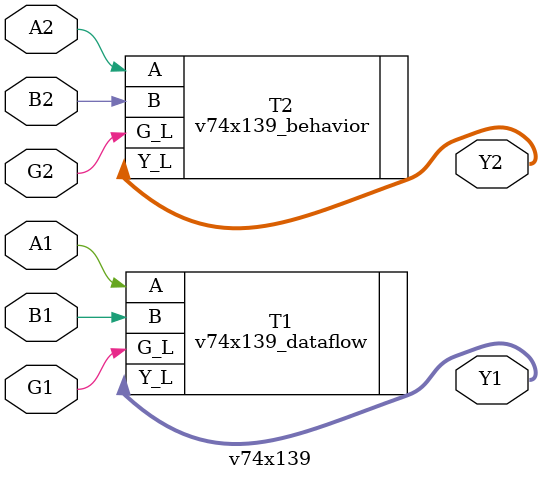
<source format=v>
`timescale 1ns / 1ps
module v74x139(
    input G1,
    input G2,
    input B1,
    input B2,
    input A1,
    input A2,
    output [3:0] Y1,
    output [3:0] Y2
    );
	 
	v74x139_dataflow T1(.G_L(G1), .A(A1), .B(B1), .Y_L(Y1));
	v74x139_behavior T2(.G_L(G2), .A(A2), .B(B2), .Y_L(Y2));

endmodule

</source>
